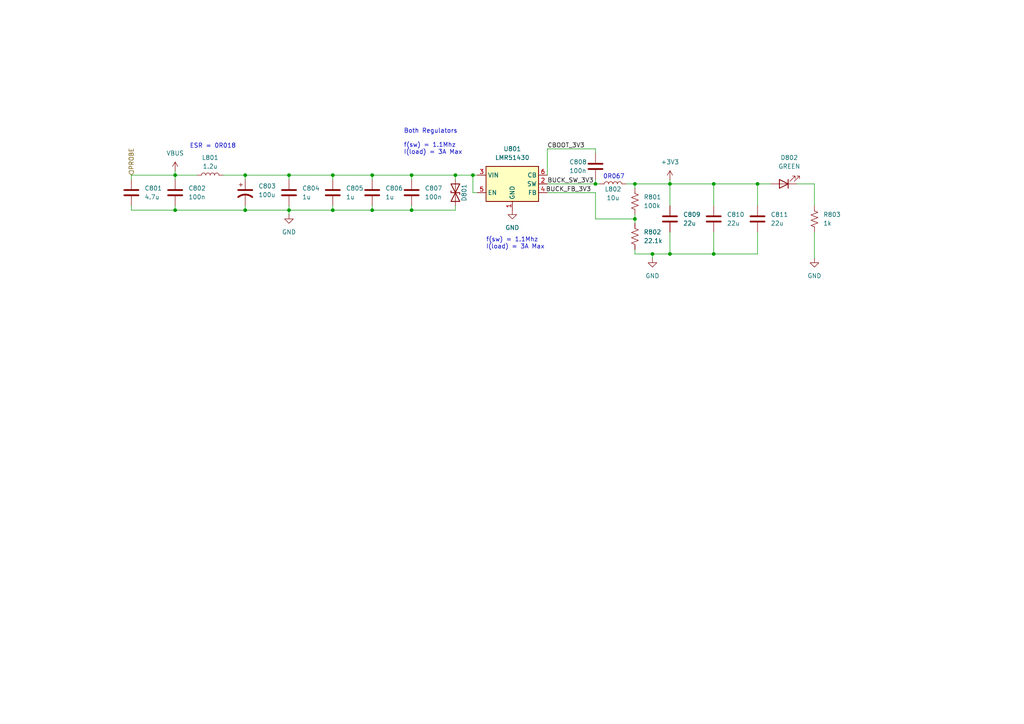
<source format=kicad_sch>
(kicad_sch (version 20231120) (generator "eeschema") (generator_version "8.0")
  (paper "A4")
  (title_block (date "2025-01-10") (rev "A") (company "FSAE LSU") (comment 1 "Jacob Parent ") (comment 2 "parent.jacob7@protonmail.com"))
  (lib_symbols
    (symbol "Device:C" (pin_numbers hide) (pin_names (offset 0.254))
      (property "Reference" "C" (at 0.635 2.54 0))
      (property "Value" "C" (at 0.635 -2.54 0))
      (symbol "C_0_1"
        (polyline (pts (xy -2.032 -0.762) (xy 2.032 -0.762)) (stroke (width 0.508)))
        (polyline (pts (xy -2.032 0.762) (xy 2.032 0.762)) (stroke (width 0.508)))
      )
      (symbol "C_1_1"
        (pin passive line (at 0 3.81 270) (length 2.794) (name "~") (number "1"))
        (pin passive line (at 0 -3.81 90) (length 2.794) (name "~") (number "2"))
      )
    )
    (symbol "Device:C_Polarized_US" (pin_numbers hide) (pin_names (offset 0.254) hide)
      (property "Reference" "C" (at 0.635 2.54 0))
      (property "Value" "C_Polarized_US" (at 0.635 -2.54 0))
      (symbol "C_Polarized_US_0_1"
        (polyline (pts (xy -2.032 0.762) (xy 2.032 0.762)) (stroke (width 0.508)))
        (polyline (pts (xy -1.778 2.286) (xy -0.762 2.286)))
        (polyline (pts (xy -1.27 1.778) (xy -1.27 2.794)))
        (arc (start 2.032 -1.27) (mid 0 -0.5572) (end -2.032 -1.27) (stroke (width 0.508)))
      )
      (symbol "C_Polarized_US_1_1"
        (pin passive line (at 0 3.81 270) (length 2.794) (name "~") (number "1"))
        (pin passive line (at 0 -3.81 90) (length 3.302) (name "~") (number "2"))
      )
    )
    (symbol "Device:D_TVS" (pin_numbers hide) (pin_names (offset 1.016) hide)
      (property "Reference" "D" (at 0 2.54 0))
      (property "Value" "D_TVS" (at 0 -2.54 0))
      (symbol "D_TVS_0_1"
        (polyline (pts (xy 1.27 0) (xy -1.27 0)))
        (polyline (pts (xy 0.508 1.27) (xy 0 1.27) (xy 0 -1.27) (xy -0.508 -1.27)) (stroke (width 0.254)))
        (polyline (pts (xy -2.54 1.27) (xy -2.54 -1.27) (xy 2.54 1.27) (xy 2.54 -1.27) (xy -2.54 1.27)) (stroke (width 0.254)))
      )
      (symbol "D_TVS_1_1"
        (pin passive line (at -3.81 0 0) (length 2.54) (name "A1") (number "1"))
        (pin passive line (at 3.81 0 180) (length 2.54) (name "A2") (number "2"))
      )
    )
    (symbol "Device:L" (pin_numbers hide) (pin_names (offset 1.016) hide)
      (property "Reference" "L401" (at 5.08 0 90))
      (property "Value" "L" (at 2.54 0 90))
      (symbol "L_0_1"
        (arc (start 0 -2.54) (mid 0.6323 -1.905) (end 0 -1.27))
        (arc (start 0 -1.27) (mid 0.6323 -0.635) (end 0 0))
        (arc (start 0 0) (mid 0.6323 0.635) (end 0 1.27))
        (arc (start 0 1.27) (mid 0.6323 1.905) (end 0 2.54))
      )
      (symbol "L_1_1"
        (pin power_in line (at 0 3.81 270) (length 1.27) (name "1") (number "1"))
        (pin power_out line (at 0 -3.81 90) (length 1.27) (name "2") (number "2"))
      )
    )
    (symbol "Device:LED" (pin_numbers hide) (pin_names (offset 1.016) hide)
      (property "Reference" "D" (at 0 2.54 0))
      (property "Value" "LED" (at 0 -2.54 0))
      (symbol "LED_0_1"
        (polyline (pts (xy -1.27 -1.27) (xy -1.27 1.27)) (stroke (width 0.254)))
        (polyline (pts (xy -1.27 0) (xy 1.27 0)))
        (polyline (pts (xy 1.27 -1.27) (xy 1.27 1.27) (xy -1.27 0) (xy 1.27 -1.27)) (stroke (width 0.254)))
        (polyline (pts (xy -3.048 -0.762) (xy -4.572 -2.286) (xy -3.81 -2.286) (xy -4.572 -2.286) (xy -4.572 -1.524)))
        (polyline (pts (xy -1.778 -0.762) (xy -3.302 -2.286) (xy -2.54 -2.286) (xy -3.302 -2.286) (xy -3.302 -1.524)))
      )
      (symbol "LED_1_1"
        (pin passive line (at -3.81 0 0) (length 2.54) (name "K") (number "1"))
        (pin passive line (at 3.81 0 180) (length 2.54) (name "A") (number "2"))
      )
    )
    (symbol "Device:R_US" (pin_numbers hide) (pin_names (offset 0))
      (property "Reference" "R" (at 2.54 0 90))
      (property "Value" "R_US" (at -2.54 0 90))
      (symbol "R_US_0_1"
        (polyline (pts (xy 0 -2.286) (xy 0 -2.54)))
        (polyline (pts (xy 0 2.286) (xy 0 2.54)))
        (polyline (pts (xy 0 -0.762) (xy 1.016 -1.143) (xy 0 -1.524) (xy -1.016 -1.905) (xy 0 -2.286)))
        (polyline (pts (xy 0 0.762) (xy 1.016 0.381) (xy 0 0) (xy -1.016 -0.381) (xy 0 -0.762)))
        (polyline (pts (xy 0 2.286) (xy 1.016 1.905) (xy 0 1.524) (xy -1.016 1.143) (xy 0 0.762)))
      )
      (symbol "R_US_1_1"
        (pin passive line (at 0 3.81 270) (length 1.27) (name "~") (number "1"))
        (pin passive line (at 0 -3.81 90) (length 1.27) (name "~") (number "2"))
      )
    )
    (symbol "L_1" (pin_numbers hide) (pin_names (offset 1.016) hide)
      (property "Reference" "L402" (at -1.524 0 90))
      (property "Value" "22u" (at -4.064 0 90))
      (symbol "L_1_0_1"
        (arc (start 0 -2.54) (mid 0.6323 -1.905) (end 0 -1.27))
        (arc (start 0 -1.27) (mid 0.6323 -0.635) (end 0 0))
        (arc (start 0 0) (mid 0.6323 0.635) (end 0 1.27))
        (arc (start 0 1.27) (mid 0.6323 1.905) (end 0 2.54))
      )
      (symbol "L_1_1_1"
        (pin power_in line (at 0 3.81 270) (length 1.27) (name "1") (number "1"))
        (pin power_out line (at 0 -3.81 90) (length 1.27) (name "2") (number "2"))
      )
    )
    (symbol "Regulator_Switching:LMR51430"
      (property "Reference" "U" (at -7.62 6.35 0))
      (property "Value" "LMR51430" (at 0 6.35 0))
      (symbol "LMR51430_0_1"
        (rectangle (start -7.62 5.08) (end 7.62 -5.08) (stroke (width 0.254)) (fill (type background)))
      )
      (symbol "LMR51430_1_1"
        (pin power_in line (at 0 -7.62 90) (length 2.54) (name "GND") (number "1"))
        (pin power_out line (at 10.16 0 180) (length 2.54) (name "SW") (number "2"))
        (pin power_in line (at -10.16 2.54 0) (length 2.54) (name "VIN") (number "3"))
        (pin input line (at 10.16 -2.54 180) (length 2.54) (name "FB") (number "4"))
        (pin input line (at -10.16 -2.54 0) (length 2.54) (name "EN") (number "5"))
        (pin passive line (at 10.16 2.54 180) (length 2.54) (name "CB") (number "6"))
      )
    )
    (symbol "power:+3V3" (power) (pin_numbers hide) (pin_names (offset 0) hide)
      (property "Value" "+3V3" (at 0 3.556 0))
      (symbol "+3V3_0_1"
        (polyline (pts (xy -0.762 1.27) (xy 0 2.54)))
        (polyline (pts (xy 0 0) (xy 0 2.54)))
        (polyline (pts (xy 0 2.54) (xy 0.762 1.27)))
      )
      (symbol "+3V3_1_1"
        (pin power_in line (at 0 0 90) (length 0) (name "~") (number "1"))
      )
    )
    (symbol "power:GND" (power) (pin_numbers hide) (pin_names (offset 0) hide)
      (property "Value" "GND" (at 0 -3.81 0))
      (symbol "GND_0_1"
        (polyline (pts (xy 0 0) (xy 0 -1.27) (xy 1.27 -1.27) (xy 0 -2.54) (xy -1.27 -1.27) (xy 0 -1.27)))
      )
      (symbol "GND_1_1"
        (pin power_in line (at 0 0 270) (length 0) (name "~") (number "1"))
      )
    )
    (symbol "power:VBUS" (power) (pin_numbers hide) (pin_names (offset 0) hide)
      (property "Value" "VBUS" (at 0 3.556 0))
      (symbol "VBUS_0_1"
        (polyline (pts (xy -0.762 1.27) (xy 0 2.54)))
        (polyline (pts (xy 0 0) (xy 0 2.54)))
        (polyline (pts (xy 0 2.54) (xy 0.762 1.27)))
      )
      (symbol "VBUS_1_1"
        (pin power_in line (at 0 0 90) (length 0) (name "~") (number "1"))
      )
    )
  )
  (junction (at 107.95 50.8))
  (junction (at 189.23 73.66))
  (junction (at 172.72 53.34))
  (junction (at 50.8 50.8))
  (junction (at 194.31 73.66))
  (junction (at 119.38 60.96))
  (junction (at 219.71 53.34))
  (junction (at 184.15 53.34))
  (junction (at 96.52 50.8))
  (junction (at 71.12 60.96))
  (junction (at 132.08 50.8))
  (junction (at 83.82 60.96))
  (junction (at 119.38 50.8))
  (junction (at 83.82 50.8))
  (junction (at 96.52 60.96))
  (junction (at 71.12 50.8))
  (junction (at 184.15 63.5))
  (junction (at 207.01 73.66))
  (junction (at 107.95 60.96))
  (junction (at 137.16 50.8))
  (junction (at 50.8 60.96))
  (junction (at 207.01 53.34))
  (junction (at 194.31 53.34))
  (wire (pts (xy 194.31 52.07) (xy 194.31 53.34)))
  (wire (pts (xy 158.75 43.18) (xy 158.75 50.8)))
  (wire (pts (xy 119.38 60.96) (xy 132.08 60.96)))
  (wire (pts (xy 207.01 53.34) (xy 207.01 59.69)))
  (wire (pts (xy 119.38 50.8) (xy 132.08 50.8)))
  (wire (pts (xy 96.52 60.96) (xy 107.95 60.96)))
  (wire (pts (xy 50.8 50.8) (xy 50.8 52.07)))
  (wire (pts (xy 138.43 55.88) (xy 137.16 55.88)))
  (wire (pts (xy 172.72 52.07) (xy 172.72 53.34)))
  (wire (pts (xy 194.31 53.34) (xy 207.01 53.34)))
  (wire (pts (xy 107.95 52.07) (xy 107.95 50.8)))
  (wire (pts (xy 184.15 54.61) (xy 184.15 53.34)))
  (wire (pts (xy 231.14 53.34) (xy 236.22 53.34)))
  (wire (pts (xy 184.15 53.34) (xy 194.31 53.34)))
  (wire (pts (xy 219.71 73.66) (xy 207.01 73.66)))
  (wire (pts (xy 184.15 62.23) (xy 184.15 63.5)))
  (wire (pts (xy 189.23 74.93) (xy 189.23 73.66)))
  (wire (pts (xy 236.22 53.34) (xy 236.22 59.69)))
  (wire (pts (xy 71.12 52.07) (xy 71.12 50.8)))
  (wire (pts (xy 172.72 63.5) (xy 184.15 63.5)))
  (wire (pts (xy 194.31 73.66) (xy 207.01 73.66)))
  (wire (pts (xy 172.72 55.88) (xy 172.72 63.5)))
  (wire (pts (xy 107.95 50.8) (xy 119.38 50.8)))
  (wire (pts (xy 158.75 43.18) (xy 172.72 43.18)))
  (wire (pts (xy 137.16 55.88) (xy 137.16 50.8)))
  (wire (pts (xy 96.52 50.8) (xy 107.95 50.8)))
  (wire (pts (xy 83.82 60.96) (xy 83.82 59.69)))
  (wire (pts (xy 219.71 53.34) (xy 223.52 53.34)))
  (wire (pts (xy 50.8 60.96) (xy 50.8 59.69)))
  (wire (pts (xy 83.82 50.8) (xy 96.52 50.8)))
  (wire (pts (xy 137.16 50.8) (xy 138.43 50.8)))
  (wire (pts (xy 184.15 63.5) (xy 184.15 64.77)))
  (wire (pts (xy 219.71 53.34) (xy 219.71 59.69)))
  (wire (pts (xy 119.38 60.96) (xy 119.38 59.69)))
  (wire (pts (xy 38.1 50.8) (xy 50.8 50.8)))
  (wire (pts (xy 71.12 50.8) (xy 83.82 50.8)))
  (wire (pts (xy 194.31 67.31) (xy 194.31 73.66)))
  (wire (pts (xy 119.38 50.8) (xy 119.38 52.07)))
  (wire (pts (xy 194.31 59.69) (xy 194.31 53.34)))
  (wire (pts (xy 158.75 53.34) (xy 172.72 53.34)))
  (wire (pts (xy 83.82 60.96) (xy 96.52 60.96)))
  (wire (pts (xy 96.52 59.69) (xy 96.52 60.96)))
  (wire (pts (xy 96.52 50.8) (xy 96.52 52.07)))
  (wire (pts (xy 207.01 73.66) (xy 207.01 67.31)))
  (wire (pts (xy 219.71 67.31) (xy 219.71 73.66)))
  (wire (pts (xy 38.1 60.96) (xy 50.8 60.96)))
  (wire (pts (xy 184.15 73.66) (xy 184.15 72.39)))
  (wire (pts (xy 132.08 50.8) (xy 132.08 52.07)))
  (wire (pts (xy 83.82 50.8) (xy 83.82 52.07)))
  (wire (pts (xy 64.77 50.8) (xy 71.12 50.8)))
  (wire (pts (xy 132.08 50.8) (xy 137.16 50.8)))
  (wire (pts (xy 71.12 60.96) (xy 83.82 60.96)))
  (wire (pts (xy 158.75 55.88) (xy 172.72 55.88)))
  (wire (pts (xy 38.1 59.69) (xy 38.1 60.96)))
  (wire (pts (xy 172.72 43.18) (xy 172.72 44.45)))
  (wire (pts (xy 172.72 53.34) (xy 173.99 53.34)))
  (wire (pts (xy 107.95 60.96) (xy 107.95 59.69)))
  (wire (pts (xy 132.08 60.96) (xy 132.08 59.69)))
  (wire (pts (xy 107.95 60.96) (xy 119.38 60.96)))
  (wire (pts (xy 83.82 62.23) (xy 83.82 60.96)))
  (wire (pts (xy 236.22 67.31) (xy 236.22 74.93)))
  (wire (pts (xy 50.8 50.8) (xy 57.15 50.8)))
  (wire (pts (xy 189.23 73.66) (xy 194.31 73.66)))
  (wire (pts (xy 189.23 73.66) (xy 184.15 73.66)))
  (wire (pts (xy 50.8 60.96) (xy 71.12 60.96)))
  (wire (pts (xy 181.61 53.34) (xy 184.15 53.34)))
  (wire (pts (xy 71.12 60.96) (xy 71.12 59.69)))
  (wire (pts (xy 50.8 49.53) (xy 50.8 50.8)))
  (wire (pts (xy 38.1 52.07) (xy 38.1 50.8)))
  (wire (pts (xy 207.01 53.34) (xy 219.71 53.34)))
  (text "0R067" (at 178.054 51.308 0) (effects (font (size 1.27 1.27))))
  (text "f(sw) = 1.1Mhz\nI(load) = 3A Max" (at 140.97 70.612 0) (effects (font (size 1.27 1.27)) (justify left)))
  (text "ESR = 0R018 \n" (at 62.23 42.418 0) (effects (font (size 1.27 1.27))))
  (text "Both Regulators\n\nf(sw) = 1.1Mhz\nI(load) = 3A Max" (at 117.094 41.148 0) (effects (font (size 1.27 1.27)) (justify left)))
  (label "CBOOT_3V3" (at 158.75 43.18 0))
  (label "BUCK_FB_3V3" (at 171.45 55.88 180))
  (label "BUCK_SW_3V3" (at 158.75 53.34 0))
  (hierarchical_label "PROBE" (shape input) (at 38.1 50.8 90))
  (symbol (lib_id "power:+3V3") (at 194.31 52.07 0) (unit 1)
    (property "Reference" "#PWR0805" (effects (hide yes)))
    (property "Value" "+3V3" (at 194.31 46.99 0))
    (property "Description" "Power symbol creates a global label with name \"+3V3\"" (effects (hide yes)))
  )
  (symbol (lib_id "Device:C") (at 172.72 48.26 0) (unit 1)
    (property "Reference" "C808" (at 165.1 46.99 0) (effects (justify left)))
    (property "Value" "100n" (at 165.1 49.53 0) (effects (justify left)))
    (property "Footprint" "Capacitor_SMD:C_0402_1005Metric" (effects (hide yes)))
    (property "Description" "Unpolarized capacitor" (effects (hide yes)))
    (property "Manufacturer_Part_Number" "CL05B104KO5NNNC" (effects (hide yes)))
  )
  (symbol (lib_id "Device:LED") (at 227.33 53.34 180) (unit 1)
    (property "Reference" "D802" (at 228.9175 45.72 0))
    (property "Value" "GREEN" (at 228.9175 48.26 0))
    (property "Footprint" "LED_SMD:LED_0603_1608Metric" (effects (hide yes)))
    (property "Description" "Light emitting diode" (effects (hide yes)))
    (property "Manufacturer_Part_Number" "VLMTG1401-GS08" (effects (hide yes)))
  )
  (symbol (lib_id "Device:C") (at 207.01 63.5 0) (unit 1)
    (property "Reference" "C810" (at 210.82 62.2299 0) (effects (justify left)))
    (property "Value" "22u" (at 210.82 64.7699 0) (effects (justify left)))
    (property "Footprint" "Capacitor_SMD:C_0805_2012Metric" (effects (hide yes)))
    (property "Description" "Unpolarized capacitor" (effects (hide yes)))
    (property "Manufacturer_Part_Number" "CL21A226MAQNNNE" (effects (hide yes)))
  )
  (symbol (lib_id "Device:R_US") (at 184.15 68.58 0) (unit 1)
    (property "Reference" "R802" (at 186.69 67.3099 0) (effects (justify left)))
    (property "Value" "22.1k" (at 186.69 69.8499 0) (effects (justify left)))
    (property "Footprint" "Resistor_SMD:R_0402_1005Metric" (effects (hide yes)))
    (property "Description" "Resistor, US symbol" (effects (hide yes)))
    (property "Manufacturer_Part_Number" "0402WGF2212TCE" (effects (hide yes)))
  )
  (symbol (lib_id "Device:C") (at 194.31 63.5 0) (unit 1)
    (property "Reference" "C809" (at 198.12 62.2299 0) (effects (justify left)))
    (property "Value" "22u" (at 198.12 64.7699 0) (effects (justify left)))
    (property "Footprint" "Capacitor_SMD:C_0805_2012Metric" (effects (hide yes)))
    (property "Description" "Unpolarized capacitor" (effects (hide yes)))
    (property "Manufacturer_Part_Number" "CL21A226MAQNNNE" (effects (hide yes)))
  )
  (symbol (lib_id "Device:L") (at 60.96 50.8 90) (unit 1)
    (property "Reference" "L801" (at 60.96 45.72 90))
    (property "Value" "1.2u" (at 60.96 48.26 90))
    (property "Footprint" "Inductor_SMD:L_Chilisin_BMRA00050530" (effects (hide yes)))
    (property "Description" "Inductor" (effects (hide yes)))
    (property "Manufacturer_Part_Number" " BMRA000505301R2MA1" (effects (hide yes)))
  )
  (symbol (lib_id "power:GND") (at 83.82 62.23 0) (unit 1)
    (property "Reference" "#PWR0802" (effects (hide yes)))
    (property "Value" "GND" (at 83.82 67.31 0))
    (property "Description" "Power symbol creates a global label with name \"GND\" , ground" (effects (hide yes)))
  )
  (symbol (lib_id "Device:C") (at 50.8 55.88 0) (unit 1)
    (property "Reference" "C802" (at 54.61 54.6099 0) (effects (justify left)))
    (property "Value" "100n" (at 54.61 57.1499 0) (effects (justify left)))
    (property "Footprint" "Capacitor_SMD:C_0402_1005Metric" (effects (hide yes)))
    (property "Description" "Unpolarized capacitor" (effects (hide yes)))
    (property "Manufacturer_Part_Number" "CL05B104KO5NNNC" (effects (hide yes)))
  )
  (symbol (lib_id "Device:C") (at 219.71 63.5 0) (unit 1)
    (property "Reference" "C811" (at 223.52 62.2299 0) (effects (justify left)))
    (property "Value" "22u" (at 223.52 64.7699 0) (effects (justify left)))
    (property "Footprint" "Capacitor_SMD:C_0805_2012Metric" (effects (hide yes)))
    (property "Description" "Unpolarized capacitor" (effects (hide yes)))
    (property "Manufacturer_Part_Number" "CL21A226MAQNNNE" (effects (hide yes)))
  )
  (symbol (lib_id "Device:C") (at 38.1 55.88 0) (unit 1)
    (property "Reference" "C801" (at 41.91 54.6099 0) (effects (justify left)))
    (property "Value" "4.7u" (at 41.91 57.1499 0) (effects (justify left)))
    (property "Footprint" "Capacitor_SMD:C_1206_3216Metric" (effects (hide yes)))
    (property "Description" "Unpolarized capacitor" (effects (hide yes)))
    (property "Manufacturer_Part_Number" "1206B475K500NT" (effects (hide yes)))
  )
  (symbol (lib_id "power:GND") (at 148.59 60.96 0) (unit 1)
    (property "Reference" "#PWR0803" (effects (hide yes)))
    (property "Value" "GND" (at 148.59 66.04 0))
    (property "Description" "Power symbol creates a global label with name \"GND\" , ground" (effects (hide yes)))
  )
  (symbol (lib_id "Regulator_Switching:LMR51430") (at 148.59 53.34 0) (unit 1)
    (property "Reference" "U801" (at 148.59 43.18 0))
    (property "Value" "LMR51430" (at 148.59 45.72 0))
    (property "Footprint" "Package_TO_SOT_SMD:SOT-23-6" (effects (hide yes)))
    (property "Datasheet" "https://www.ti.com/lit/ds/symlink/lmr51430.pdf" (effects (hide yes)))
    (property "Description" "4.5-V to 36-V, 3-A synchronous buck converter with 40-µA IQ, SOT-23-6" (effects (hide yes)))
    (property "Manufacturer_Part_Number" "LMR51430YDDCR" (effects (hide yes)))
  )
  (symbol (lib_id "power:VBUS") (at 50.8 49.53 0) (unit 1)
    (property "Reference" "#PWR0801" (effects (hide yes)))
    (property "Value" "VBUS" (at 50.8 44.45 0))
    (property "Description" "Power symbol creates a global label with name \"VBUS\"" (effects (hide yes)))
  )
  (symbol (lib_id "Device:C") (at 107.95 55.88 0) (unit 1)
    (property "Reference" "C806" (at 111.76 54.6099 0) (effects (justify left)))
    (property "Value" "1u" (at 111.76 57.1499 0) (effects (justify left)))
    (property "Footprint" "Capacitor_SMD:C_0805_2012Metric" (effects (hide yes)))
    (property "Description" "Unpolarized capacitor" (effects (hide yes)))
    (property "Manufacturer_Part_Number" "CL21B105KBFNNNE" (effects (hide yes)))
  )
  (symbol (lib_id "power:GND") (at 236.22 74.93 0) (unit 1)
    (property "Reference" "#PWR0806" (effects (hide yes)))
    (property "Value" "GND" (at 236.22 80.01 0))
    (property "Description" "Power symbol creates a global label with name \"GND\" , ground" (effects (hide yes)))
  )
  (symbol (lib_id "Device:R_US") (at 236.22 63.5 0) (unit 1)
    (property "Reference" "R803" (at 238.76 62.2299 0) (effects (justify left)))
    (property "Value" "1k" (at 238.76 64.7699 0) (effects (justify left)))
    (property "Footprint" "Resistor_SMD:R_0402_1005Metric" (effects (hide yes)))
    (property "Description" "Resistor, US symbol" (effects (hide yes)))
    (property "Manufacturer_Part_Number" "0402WGF1001TCE" (effects (hide yes)))
  )
  (symbol (lib_id "Device:C") (at 119.38 55.88 0) (unit 1)
    (property "Reference" "C807" (at 123.19 54.6099 0) (effects (justify left)))
    (property "Value" "100n" (at 123.19 57.1499 0) (effects (justify left)))
    (property "Footprint" "Capacitor_SMD:C_0402_1005Metric" (effects (hide yes)))
    (property "Description" "Unpolarized capacitor" (effects (hide yes)))
    (property "Manufacturer_Part_Number" "CL05B104KO5NNNC" (effects (hide yes)))
  )
  (symbol (lib_id "Device:C_Polarized_US") (at 71.12 55.88 0) (unit 1)
    (property "Reference" "C803" (at 74.93 53.9749 0) (effects (justify left)))
    (property "Value" "100u" (at 74.93 56.5149 0) (effects (justify left)))
    (property "Footprint" "Capacitor_SMD:CP_Elec_6.3x5.8" (effects (hide yes)))
    (property "Description" "Polarized capacitor, US symbol" (effects (hide yes)))
    (property "Manufacturer_Part_Number" "EEEFT1V101AP" (effects (hide yes)))
  )
  (symbol (lib_id "Device:C") (at 83.82 55.88 0) (unit 1)
    (property "Reference" "C804" (at 87.63 54.6099 0) (effects (justify left)))
    (property "Value" "1u" (at 87.63 57.1499 0) (effects (justify left)))
    (property "Footprint" "Capacitor_SMD:C_0805_2012Metric" (effects (hide yes)))
    (property "Description" "Unpolarized capacitor" (effects (hide yes)))
    (property "Manufacturer_Part_Number" "CL21B105KBFNNNE" (effects (hide yes)))
  )
  (symbol (lib_id "Device:R_US") (at 184.15 58.42 0) (unit 1)
    (property "Reference" "R801" (at 186.69 57.1499 0) (effects (justify left)))
    (property "Value" "100k" (at 186.69 59.6899 0) (effects (justify left)))
    (property "Footprint" "Resistor_SMD:R_0402_1005Metric" (effects (hide yes)))
    (property "Description" "Resistor, US symbol" (effects (hide yes)))
    (property "Manufacturer_Part_Number" "0402WGF1003TCE" (effects (hide yes)))
  )
  (symbol (lib_id "Device:D_TVS") (at 132.08 55.88 90) (unit 1)
    (property "Reference" "D801" (at 134.62 55.88 0))
    (property "Value" "D_TVS" (effects (hide yes)))
    (property "Footprint" "Diode_SMD:D_SOD-323" (effects (hide yes)))
    (property "Description" "Bidirectional transient-voltage-suppression diode" (effects (hide yes)))
  )
  (symbol (lib_name "L_1") (lib_id "Device:L") (at 177.8 53.34 90) (unit 1)
    (property "Reference" "L802" (at 177.8 54.864 90))
    (property "Value" "10u" (at 177.8 57.404 90))
    (property "Footprint" "Inductor_SMD:L_Sunlord_MWSA0603S" (effects (hide yes)))
    (property "Description" "Inductor" (effects (hide yes)))
    (property "Manufacturer_Part_Number" "MWSA0603S-100MT" (effects (hide yes)))
  )
  (symbol (lib_id "power:GND") (at 189.23 74.93 0) (unit 1)
    (property "Reference" "#PWR0804" (effects (hide yes)))
    (property "Value" "GND" (at 189.23 80.01 0))
    (property "Description" "Power symbol creates a global label with name \"GND\" , ground" (effects (hide yes)))
  )
  (symbol (lib_id "Device:C") (at 96.52 55.88 0) (unit 1)
    (property "Reference" "C805" (at 100.33 54.6099 0) (effects (justify left)))
    (property "Value" "1u" (at 100.33 57.1499 0) (effects (justify left)))
    (property "Footprint" "Capacitor_SMD:C_0805_2012Metric" (effects (hide yes)))
    (property "Description" "Unpolarized capacitor" (effects (hide yes)))
    (property "Manufacturer_Part_Number" "CL21B105KBFNNNE" (effects (hide yes)))
  )
)
</source>
